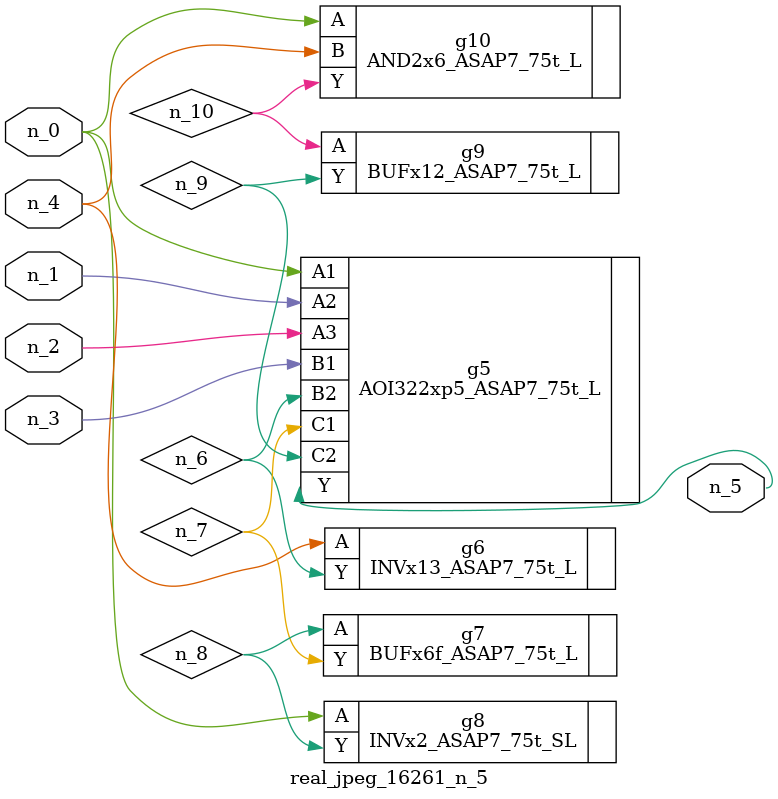
<source format=v>
module real_jpeg_16261_n_5 (n_4, n_0, n_1, n_2, n_3, n_5);

input n_4;
input n_0;
input n_1;
input n_2;
input n_3;

output n_5;

wire n_8;
wire n_6;
wire n_7;
wire n_10;
wire n_9;

AOI322xp5_ASAP7_75t_L g5 ( 
.A1(n_0),
.A2(n_1),
.A3(n_2),
.B1(n_3),
.B2(n_6),
.C1(n_7),
.C2(n_9),
.Y(n_5)
);

INVx2_ASAP7_75t_SL g8 ( 
.A(n_0),
.Y(n_8)
);

AND2x6_ASAP7_75t_L g10 ( 
.A(n_0),
.B(n_4),
.Y(n_10)
);

INVx13_ASAP7_75t_L g6 ( 
.A(n_4),
.Y(n_6)
);

BUFx6f_ASAP7_75t_L g7 ( 
.A(n_8),
.Y(n_7)
);

BUFx12_ASAP7_75t_L g9 ( 
.A(n_10),
.Y(n_9)
);


endmodule
</source>
